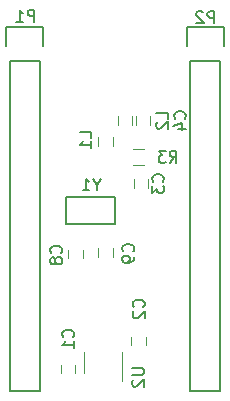
<source format=gbr>
G04 #@! TF.FileFunction,Legend,Bot*
%FSLAX46Y46*%
G04 Gerber Fmt 4.6, Leading zero omitted, Abs format (unit mm)*
G04 Created by KiCad (PCBNEW 4.0.4-stable) date 06/20/17 22:04:30*
%MOMM*%
%LPD*%
G01*
G04 APERTURE LIST*
%ADD10C,0.100000*%
%ADD11C,0.150000*%
%ADD12C,0.120000*%
G04 APERTURE END LIST*
D10*
D11*
X25730000Y-21270000D02*
X25730000Y-49210000D01*
X25730000Y-49210000D02*
X28270000Y-49210000D01*
X28270000Y-49210000D02*
X28270000Y-21270000D01*
X25450000Y-18450000D02*
X25450000Y-20000000D01*
X25730000Y-21270000D02*
X28270000Y-21270000D01*
X28550000Y-20000000D02*
X28550000Y-18450000D01*
X28550000Y-18450000D02*
X25450000Y-18450000D01*
X41030000Y-21270000D02*
X41030000Y-49210000D01*
X41030000Y-49210000D02*
X43570000Y-49210000D01*
X43570000Y-49210000D02*
X43570000Y-21270000D01*
X40750000Y-18450000D02*
X40750000Y-20000000D01*
X41030000Y-21270000D02*
X43570000Y-21270000D01*
X43850000Y-20000000D02*
X43850000Y-18450000D01*
X43850000Y-18450000D02*
X40750000Y-18450000D01*
D12*
X31270500Y-47721000D02*
X31270500Y-47021000D01*
X30070500Y-47021000D02*
X30070500Y-47721000D01*
X37239500Y-45371500D02*
X37239500Y-44671500D01*
X36039500Y-44671500D02*
X36039500Y-45371500D01*
X37430000Y-32036500D02*
X37430000Y-31336500D01*
X36230000Y-31336500D02*
X36230000Y-32036500D01*
X36420500Y-26002500D02*
X36420500Y-26702500D01*
X37620500Y-26702500D02*
X37620500Y-26002500D01*
X31905500Y-38005500D02*
X31905500Y-37305500D01*
X30705500Y-37305500D02*
X30705500Y-38005500D01*
X34445500Y-37878500D02*
X34445500Y-37178500D01*
X33245500Y-37178500D02*
X33245500Y-37878500D01*
X33245500Y-27780500D02*
X33245500Y-28480500D01*
X34445500Y-28480500D02*
X34445500Y-27780500D01*
X34896500Y-26002500D02*
X34896500Y-26702500D01*
X36096500Y-26702500D02*
X36096500Y-26002500D01*
X37139500Y-28720500D02*
X36139500Y-28720500D01*
X36139500Y-30080500D02*
X37139500Y-30080500D01*
X32045000Y-47763000D02*
X32045000Y-45963000D01*
X35265000Y-45963000D02*
X35265000Y-48413000D01*
D11*
X30583500Y-35115500D02*
X34647500Y-35115500D01*
X34647500Y-35115500D02*
X34647500Y-32829500D01*
X34647500Y-32829500D02*
X30456500Y-32829500D01*
X30456500Y-32829500D02*
X30456500Y-35115500D01*
X30456500Y-35115500D02*
X30583500Y-35115500D01*
X27814095Y-17978381D02*
X27814095Y-16978381D01*
X27433142Y-16978381D01*
X27337904Y-17026000D01*
X27290285Y-17073619D01*
X27242666Y-17168857D01*
X27242666Y-17311714D01*
X27290285Y-17406952D01*
X27337904Y-17454571D01*
X27433142Y-17502190D01*
X27814095Y-17502190D01*
X26290285Y-17978381D02*
X26861714Y-17978381D01*
X26576000Y-17978381D02*
X26576000Y-16978381D01*
X26671238Y-17121238D01*
X26766476Y-17216476D01*
X26861714Y-17264095D01*
X43047095Y-18105381D02*
X43047095Y-17105381D01*
X42666142Y-17105381D01*
X42570904Y-17153000D01*
X42523285Y-17200619D01*
X42475666Y-17295857D01*
X42475666Y-17438714D01*
X42523285Y-17533952D01*
X42570904Y-17581571D01*
X42666142Y-17629190D01*
X43047095Y-17629190D01*
X42094714Y-17200619D02*
X42047095Y-17153000D01*
X41951857Y-17105381D01*
X41713761Y-17105381D01*
X41618523Y-17153000D01*
X41570904Y-17200619D01*
X41523285Y-17295857D01*
X41523285Y-17391095D01*
X41570904Y-17533952D01*
X42142333Y-18105381D01*
X41523285Y-18105381D01*
X31091143Y-44664334D02*
X31138762Y-44616715D01*
X31186381Y-44473858D01*
X31186381Y-44378620D01*
X31138762Y-44235762D01*
X31043524Y-44140524D01*
X30948286Y-44092905D01*
X30757810Y-44045286D01*
X30614952Y-44045286D01*
X30424476Y-44092905D01*
X30329238Y-44140524D01*
X30234000Y-44235762D01*
X30186381Y-44378620D01*
X30186381Y-44473858D01*
X30234000Y-44616715D01*
X30281619Y-44664334D01*
X31186381Y-45616715D02*
X31186381Y-45045286D01*
X31186381Y-45331000D02*
X30186381Y-45331000D01*
X30329238Y-45235762D01*
X30424476Y-45140524D01*
X30472095Y-45045286D01*
X37060143Y-42124334D02*
X37107762Y-42076715D01*
X37155381Y-41933858D01*
X37155381Y-41838620D01*
X37107762Y-41695762D01*
X37012524Y-41600524D01*
X36917286Y-41552905D01*
X36726810Y-41505286D01*
X36583952Y-41505286D01*
X36393476Y-41552905D01*
X36298238Y-41600524D01*
X36203000Y-41695762D01*
X36155381Y-41838620D01*
X36155381Y-41933858D01*
X36203000Y-42076715D01*
X36250619Y-42124334D01*
X36250619Y-42505286D02*
X36203000Y-42552905D01*
X36155381Y-42648143D01*
X36155381Y-42886239D01*
X36203000Y-42981477D01*
X36250619Y-43029096D01*
X36345857Y-43076715D01*
X36441095Y-43076715D01*
X36583952Y-43029096D01*
X37155381Y-42457667D01*
X37155381Y-43076715D01*
X38687143Y-31519834D02*
X38734762Y-31472215D01*
X38782381Y-31329358D01*
X38782381Y-31234120D01*
X38734762Y-31091262D01*
X38639524Y-30996024D01*
X38544286Y-30948405D01*
X38353810Y-30900786D01*
X38210952Y-30900786D01*
X38020476Y-30948405D01*
X37925238Y-30996024D01*
X37830000Y-31091262D01*
X37782381Y-31234120D01*
X37782381Y-31329358D01*
X37830000Y-31472215D01*
X37877619Y-31519834D01*
X37782381Y-31853167D02*
X37782381Y-32472215D01*
X38163333Y-32138881D01*
X38163333Y-32281739D01*
X38210952Y-32376977D01*
X38258571Y-32424596D01*
X38353810Y-32472215D01*
X38591905Y-32472215D01*
X38687143Y-32424596D01*
X38734762Y-32376977D01*
X38782381Y-32281739D01*
X38782381Y-31996024D01*
X38734762Y-31900786D01*
X38687143Y-31853167D01*
X40552643Y-26185834D02*
X40600262Y-26138215D01*
X40647881Y-25995358D01*
X40647881Y-25900120D01*
X40600262Y-25757262D01*
X40505024Y-25662024D01*
X40409786Y-25614405D01*
X40219310Y-25566786D01*
X40076452Y-25566786D01*
X39885976Y-25614405D01*
X39790738Y-25662024D01*
X39695500Y-25757262D01*
X39647881Y-25900120D01*
X39647881Y-25995358D01*
X39695500Y-26138215D01*
X39743119Y-26185834D01*
X39981214Y-27042977D02*
X40647881Y-27042977D01*
X39600262Y-26804881D02*
X40314548Y-26566786D01*
X40314548Y-27185834D01*
X30075143Y-37552334D02*
X30122762Y-37504715D01*
X30170381Y-37361858D01*
X30170381Y-37266620D01*
X30122762Y-37123762D01*
X30027524Y-37028524D01*
X29932286Y-36980905D01*
X29741810Y-36933286D01*
X29598952Y-36933286D01*
X29408476Y-36980905D01*
X29313238Y-37028524D01*
X29218000Y-37123762D01*
X29170381Y-37266620D01*
X29170381Y-37361858D01*
X29218000Y-37504715D01*
X29265619Y-37552334D01*
X29598952Y-38123762D02*
X29551333Y-38028524D01*
X29503714Y-37980905D01*
X29408476Y-37933286D01*
X29360857Y-37933286D01*
X29265619Y-37980905D01*
X29218000Y-38028524D01*
X29170381Y-38123762D01*
X29170381Y-38314239D01*
X29218000Y-38409477D01*
X29265619Y-38457096D01*
X29360857Y-38504715D01*
X29408476Y-38504715D01*
X29503714Y-38457096D01*
X29551333Y-38409477D01*
X29598952Y-38314239D01*
X29598952Y-38123762D01*
X29646571Y-38028524D01*
X29694190Y-37980905D01*
X29789429Y-37933286D01*
X29979905Y-37933286D01*
X30075143Y-37980905D01*
X30122762Y-38028524D01*
X30170381Y-38123762D01*
X30170381Y-38314239D01*
X30122762Y-38409477D01*
X30075143Y-38457096D01*
X29979905Y-38504715D01*
X29789429Y-38504715D01*
X29694190Y-38457096D01*
X29646571Y-38409477D01*
X29598952Y-38314239D01*
X36171143Y-37425334D02*
X36218762Y-37377715D01*
X36266381Y-37234858D01*
X36266381Y-37139620D01*
X36218762Y-36996762D01*
X36123524Y-36901524D01*
X36028286Y-36853905D01*
X35837810Y-36806286D01*
X35694952Y-36806286D01*
X35504476Y-36853905D01*
X35409238Y-36901524D01*
X35314000Y-36996762D01*
X35266381Y-37139620D01*
X35266381Y-37234858D01*
X35314000Y-37377715D01*
X35361619Y-37425334D01*
X36266381Y-37901524D02*
X36266381Y-38092000D01*
X36218762Y-38187239D01*
X36171143Y-38234858D01*
X36028286Y-38330096D01*
X35837810Y-38377715D01*
X35456857Y-38377715D01*
X35361619Y-38330096D01*
X35314000Y-38282477D01*
X35266381Y-38187239D01*
X35266381Y-37996762D01*
X35314000Y-37901524D01*
X35361619Y-37853905D01*
X35456857Y-37806286D01*
X35694952Y-37806286D01*
X35790190Y-37853905D01*
X35837810Y-37901524D01*
X35885429Y-37996762D01*
X35885429Y-38187239D01*
X35837810Y-38282477D01*
X35790190Y-38330096D01*
X35694952Y-38377715D01*
X32646881Y-27836834D02*
X32646881Y-27360643D01*
X31646881Y-27360643D01*
X32646881Y-28693977D02*
X32646881Y-28122548D01*
X32646881Y-28408262D02*
X31646881Y-28408262D01*
X31789738Y-28313024D01*
X31884976Y-28217786D01*
X31932595Y-28122548D01*
X39123881Y-26185834D02*
X39123881Y-25709643D01*
X38123881Y-25709643D01*
X38219119Y-26471548D02*
X38171500Y-26519167D01*
X38123881Y-26614405D01*
X38123881Y-26852501D01*
X38171500Y-26947739D01*
X38219119Y-26995358D01*
X38314357Y-27042977D01*
X38409595Y-27042977D01*
X38552452Y-26995358D01*
X39123881Y-26423929D01*
X39123881Y-27042977D01*
X39282666Y-29916381D02*
X39616000Y-29440190D01*
X39854095Y-29916381D02*
X39854095Y-28916381D01*
X39473142Y-28916381D01*
X39377904Y-28964000D01*
X39330285Y-29011619D01*
X39282666Y-29106857D01*
X39282666Y-29249714D01*
X39330285Y-29344952D01*
X39377904Y-29392571D01*
X39473142Y-29440190D01*
X39854095Y-29440190D01*
X38949333Y-28916381D02*
X38330285Y-28916381D01*
X38663619Y-29297333D01*
X38520761Y-29297333D01*
X38425523Y-29344952D01*
X38377904Y-29392571D01*
X38330285Y-29487810D01*
X38330285Y-29725905D01*
X38377904Y-29821143D01*
X38425523Y-29868762D01*
X38520761Y-29916381D01*
X38806476Y-29916381D01*
X38901714Y-29868762D01*
X38949333Y-29821143D01*
X36091881Y-47307595D02*
X36901405Y-47307595D01*
X36996643Y-47355214D01*
X37044262Y-47402833D01*
X37091881Y-47498071D01*
X37091881Y-47688548D01*
X37044262Y-47783786D01*
X36996643Y-47831405D01*
X36901405Y-47879024D01*
X36091881Y-47879024D01*
X36187119Y-48307595D02*
X36139500Y-48355214D01*
X36091881Y-48450452D01*
X36091881Y-48688548D01*
X36139500Y-48783786D01*
X36187119Y-48831405D01*
X36282357Y-48879024D01*
X36377595Y-48879024D01*
X36520452Y-48831405D01*
X37091881Y-48259976D01*
X37091881Y-48879024D01*
X33091691Y-31789690D02*
X33091691Y-32265881D01*
X33425024Y-31265881D02*
X33091691Y-31789690D01*
X32758357Y-31265881D01*
X31901214Y-32265881D02*
X32472643Y-32265881D01*
X32186929Y-32265881D02*
X32186929Y-31265881D01*
X32282167Y-31408738D01*
X32377405Y-31503976D01*
X32472643Y-31551595D01*
M02*

</source>
